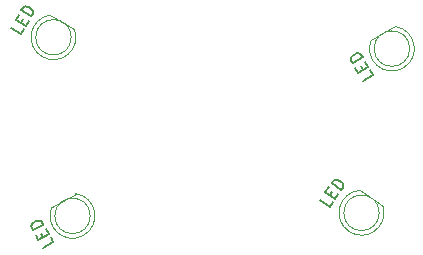
<source format=gbr>
%TF.GenerationSoftware,KiCad,Pcbnew,(6.0.5)*%
%TF.CreationDate,2022-07-12T12:17:59-06:00*%
%TF.ProjectId,jack,6a61636b-2e6b-4696-9361-645f70636258,rev?*%
%TF.SameCoordinates,PX7dfd6b0PY631d890*%
%TF.FileFunction,AssemblyDrawing,Top*%
%FSLAX46Y46*%
G04 Gerber Fmt 4.6, Leading zero omitted, Abs format (unit mm)*
G04 Created by KiCad (PCBNEW (6.0.5)) date 2022-07-12 12:17:59*
%MOMM*%
%LPD*%
G01*
G04 APERTURE LIST*
%ADD10C,0.150000*%
%ADD11C,0.100000*%
G04 APERTURE END LIST*
D10*
%TO.C,D4*%
X23850019Y13845810D02*
X23576887Y13455737D01*
X22757735Y14029314D01*
X23612131Y14419305D02*
X23803323Y14692356D01*
X24314342Y14508933D02*
X24041211Y14118860D01*
X23222059Y14692437D01*
X23495190Y15082509D01*
X24560161Y14859998D02*
X23741009Y15433574D01*
X23877575Y15628611D01*
X23998521Y15718319D01*
X24131162Y15741707D01*
X24236490Y15726088D01*
X24419832Y15655843D01*
X24536854Y15573903D01*
X24665569Y15425643D01*
X24716271Y15332010D01*
X24739659Y15199369D01*
X24696727Y15055034D01*
X24560161Y14859998D01*
%TO.C,D2*%
X26997266Y25023790D02*
X27235362Y24611397D01*
X26369336Y24111397D01*
X26376967Y25050561D02*
X26210301Y25339236D01*
X26592505Y25724859D02*
X26830600Y25312465D01*
X25964574Y24812465D01*
X25726479Y25224859D01*
X26378219Y26096012D02*
X25512193Y25596012D01*
X25393146Y25802209D01*
X25362957Y25949736D01*
X25397816Y26079834D01*
X25456485Y26168692D01*
X25597633Y26305170D01*
X25721351Y26376598D01*
X25910118Y26430597D01*
X26016406Y26436977D01*
X26146503Y26402117D01*
X26259171Y26302209D01*
X26378219Y26096012D01*
%TO.C,D3*%
X-46544Y10864027D02*
X191552Y10451634D01*
X-674474Y9951634D01*
X-666843Y10890798D02*
X-833509Y11179473D01*
X-451305Y11565096D02*
X-213210Y11152702D01*
X-1079236Y10652702D01*
X-1317331Y11065096D01*
X-665591Y11936249D02*
X-1531617Y11436249D01*
X-1650664Y11642446D01*
X-1680853Y11789973D01*
X-1645994Y11920071D01*
X-1587325Y12008929D01*
X-1446177Y12145407D01*
X-1322459Y12216835D01*
X-1133692Y12270834D01*
X-1027404Y12277214D01*
X-897307Y12242354D01*
X-784639Y12142446D01*
X-665591Y11936249D01*
%TO.C,D1*%
X-2300591Y28491409D02*
X-2538686Y28079016D01*
X-3404711Y28579016D01*
X-2587556Y29041989D02*
X-2420890Y29330664D01*
X-1895829Y29192478D02*
X-2133924Y28780085D01*
X-2999949Y29280085D01*
X-2761854Y29692478D01*
X-1681543Y29563631D02*
X-2547568Y30063631D01*
X-2428521Y30269828D01*
X-2315853Y30369736D01*
X-2185755Y30404596D01*
X-2079467Y30398216D01*
X-1890700Y30344217D01*
X-1766983Y30272789D01*
X-1625835Y30136311D01*
X-1567166Y30047453D01*
X-1532306Y29917355D01*
X-1562495Y29769828D01*
X-1681543Y29563631D01*
D11*
%TO.C,D4*%
X28088520Y13493925D02*
X26177946Y14831723D01*
X26178849Y14831768D02*
G75*
G03*
X28088520Y13493925I94019J-1897672D01*
G01*
X27772868Y12934096D02*
G75*
G03*
X27772868Y12934096I-1500000J0D01*
G01*
%TO.C,D2*%
X29107450Y28716463D02*
X27087550Y27550273D01*
X27087890Y27551110D02*
G75*
G03*
X29107450Y28716463I1759610J-716780D01*
G01*
X30347500Y26834330D02*
G75*
G03*
X30347500Y26834330I-1500000J0D01*
G01*
%TO.C,D3*%
X2063640Y14556700D02*
X43740Y13390510D01*
X44080Y13391347D02*
G75*
G03*
X2063640Y14556700I1759610J-716780D01*
G01*
X3303690Y12674567D02*
G75*
G03*
X3303690Y12674567I-1500000J0D01*
G01*
%TO.C,D1*%
X1952450Y28510273D02*
X-67450Y29676463D01*
X-66554Y29676587D02*
G75*
G03*
X1952450Y28510273I259054J-1882257D01*
G01*
X1692500Y27794330D02*
G75*
G03*
X1692500Y27794330I-1500000J0D01*
G01*
%TD*%
M02*

</source>
